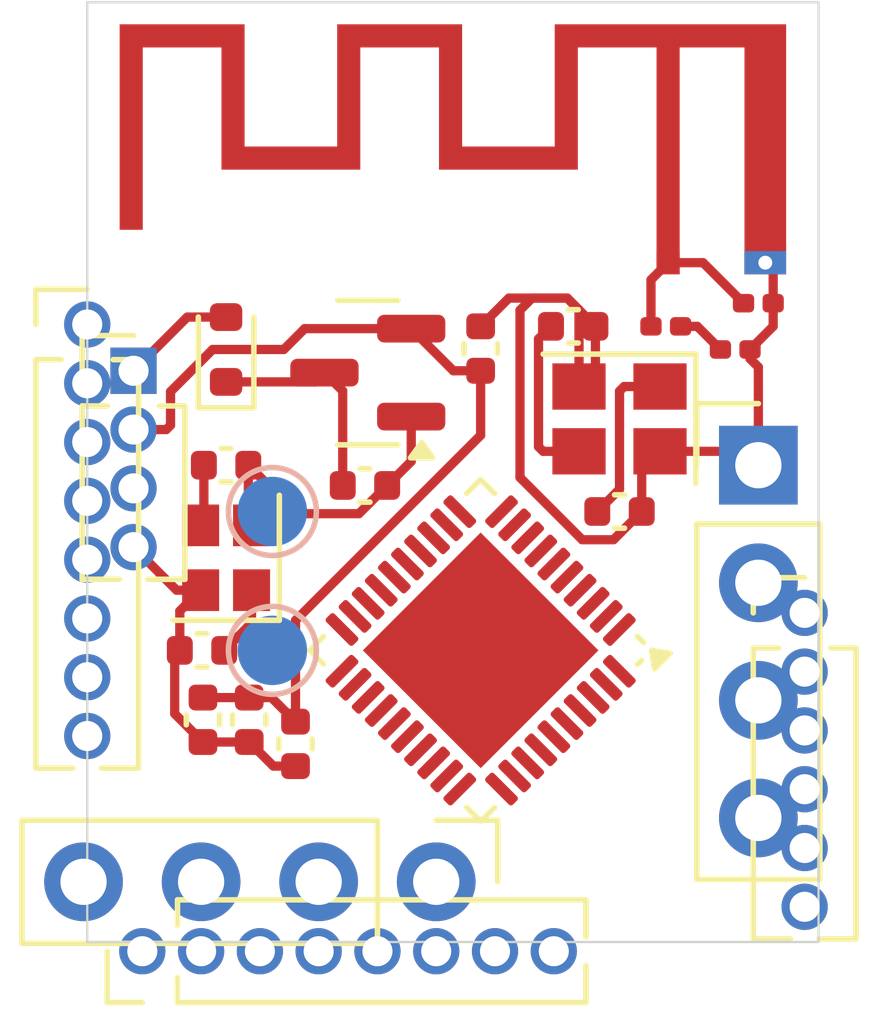
<source format=kicad_pcb>
(kicad_pcb (version 20240108) (generator "pcbnew") (generator_version "8.0")
  (layers (0 "F.Cu" signal) (31 "B.Cu" signal) (34 "B.Paste" user) (35 "F.Paste" user) (36 "B.SilkS" user "B.Silkscreen") (37 "F.SilkS" user "F.Silkscreen") (38 "B.Mask" user) (39 "F.Mask" user) (44 "Edge.Cuts" user))
  (net 0 "")
  (net 1 "GND")
  (net 2 "+5V")
  (net 3 "+3V3")
  (net 4 "XTAL_P")
  (net 5 "XTAL_N")
  (net 6 "32XTAL_P")
  (net 7 "32XTAL_N")
  (net 8 "GPIO17")
  (net 9 "USB_D-")
  (net 10 "USB_D+")
  (net 11 "GPIO16")
  (net 12 "GPIO9")
  (net 13 "EN")
  (net 14 "GPIO5")
  (net 15 "GPIO8")
  (net 16 "GPIO3")
  (net 17 "GPIO10")
  (net 18 "GPIO7")
  (net 19 "GPIO6")
  (net 20 "GPIO2")
  (net 21 "GPIO4")
  (net 22 "GPIO19")
  (net 23 "GPIO22")
  (net 24 "GPIO18")
  (net 25 "GPIO23")
  (net 26 "GPIO11")
  (net 27 "GPIO21")
  (net 28 "GPIO20")
  (net 29 "GPIO26")
  (net 30 "GPIO28")
  (net 31 "GPIO25")
  (net 32 "GPIO24")
  (net 33 "GPIO29")
  (net 34 "GPIO15")
  (net 35 "GPIO30")
  (net 36 "GPIO27")
  (net 37 "Net-(D1-K)")
  (net 38 "Net-(ANT1-Pad1)")
  (net 39 "Antenna")
  (footprint "Connector_PinHeader_1.27mm:PinHeader_1x04_P1.27mm_Vertical" (layer "F.Cu") (at 138 30.46)
    (property "Reference" "J5" (hide yes))
    (property "Value" "Conn_01x04" (hide yes))
    (fp_line (start -1.11 -0.76) (end 0 -0.76) (stroke (width 0.12)) (layer "F.SilkS"))
    (fp_line (start -1.11 0) (end -1.11 -0.76) (stroke (width 0.12)) (layer "F.SilkS"))
    (fp_line (start -1.11 0.76) (end -1.11 4.505) (stroke (width 0.12)) (layer "F.SilkS"))
    (fp_line (start -1.11 0.76) (end -0.563471 0.76) (stroke (width 0.12)) (layer "F.SilkS"))
    (fp_line (start -1.11 4.505) (end -0.30753 4.505) (stroke (width 0.12)) (layer "F.SilkS"))
    (fp_line (start 0.30753 4.505) (end 1.11 4.505) (stroke (width 0.12)) (layer "F.SilkS"))
    (fp_line (start 0.563471 0.76) (end 1.11 0.76) (stroke (width 0.12)) (layer "F.SilkS"))
    (fp_line (start 1.11 0.76) (end 1.11 4.505) (stroke (width 0.12)) (layer "F.SilkS"))
    (pad "1" thru_hole rect (at 0 0) (size 1 1) (drill 0.65) (layers "*.Cu" "*.Mask") (net 2 "+5V"))
    (pad "2" thru_hole oval (at 0 1.27) (size 1 1) (drill 0.65) (layers "*.Cu" "*.Mask") (net 3 "+3V3"))
    (pad "3" thru_hole oval (at 0 2.54) (size 1 1) (drill 0.65) (layers "*.Cu" "*.Mask") (net 3 "+3V3"))
    (pad "4" thru_hole oval (at 0 3.81) (size 1 1) (drill 0.65) (layers "*.Cu" "*.Mask") (net 1 "GND"))
  )
  (footprint "Capacitor_SMD:C_0201_0603Metric" (layer "F.Cu") (at 151 30)
    (property "Reference" "C13" (hide yes))
    (property "Value" "3.3pF" (hide yes))
    (pad "1" smd roundrect (at -0.32 0) (size 0.46 0.4) (layers "F.Cu" "F.Mask") (net 39 "Antenna"))
    (pad "2" smd roundrect (at 0.32 0) (size 0.46 0.4) (layers "F.Cu" "F.Mask") (net 1 "GND"))
  )
  (footprint "Capacitor_SMD:C_0402_1005Metric" (layer "F.Cu") (at 148.5 33.5)
    (property "Reference" "C5" (hide yes))
    (property "Value" "22pf" (hide yes))
    (fp_line (start -0.107836 -0.36) (end 0.107836 -0.36) (stroke (width 0.12)) (layer "F.SilkS"))
    (fp_line (start -0.107836 0.36) (end 0.107836 0.36) (stroke (width 0.12)) (layer "F.SilkS"))
    (pad "1" smd roundrect (at -0.48 0) (size 0.56 0.62) (layers "F.Cu" "F.Paste" "F.Mask") (net 6 "32XTAL_P"))
    (pad "2" smd roundrect (at 0.48 0) (size 0.56 0.62) (layers "F.Cu" "F.Paste" "F.Mask") (net 1 "GND"))
  )
  (footprint "Connector_PinHeader_1.27mm:PinHeader_1x08_P1.27mm_Vertical" (layer "F.Cu") (at 137 29.46)
    (property "Reference" "J3" (hide yes))
    (property "Value" "Conn_01x08" (hide yes))
    (fp_line (start -1.11 -0.76) (end 0 -0.76) (stroke (width 0.12)) (layer "F.SilkS"))
    (fp_line (start -1.11 0) (end -1.11 -0.76) (stroke (width 0.12)) (layer "F.SilkS"))
    (fp_line (start -1.11 0.76) (end -1.11 9.585) (stroke (width 0.12)) (layer "F.SilkS"))
    (fp_line (start -1.11 0.76) (end -0.563471 0.76) (stroke (width 0.12)) (layer "F.SilkS"))
    (fp_line (start -1.11 9.585) (end -0.30753 9.585) (stroke (width 0.12)) (layer "F.SilkS"))
    (fp_line (start 0.30753 9.585) (end 1.11 9.585) (stroke (width 0.12)) (layer "F.SilkS"))
    (fp_line (start 0.563471 0.76) (end 1.11 0.76) (stroke (width 0.12)) (layer "F.SilkS"))
    (fp_line (start 1.11 0.76) (end 1.11 9.585) (stroke (width 0.12)) (layer "F.SilkS"))
    (pad "1" thru_hole circle (at 0 0) (size 1 1) (drill 0.65) (layers "*.Cu" "*.Mask") (net 1 "GND"))
    (pad "2" thru_hole oval (at 0 1.27) (size 1 1) (drill 0.65) (layers "*.Cu" "*.Mask") (net 26 "GPIO11"))
    (pad "3" thru_hole oval (at 0 2.54) (size 1 1) (drill 0.65) (layers "*.Cu" "*.Mask") (net 24 "GPIO18"))
    (pad "4" thru_hole oval (at 0 3.81) (size 1 1) (drill 0.65) (layers "*.Cu" "*.Mask") (net 22 "GPIO19"))
    (pad "5" thru_hole oval (at 0 5.08) (size 1 1) (drill 0.65) (layers "*.Cu" "*.Mask") (net 28 "GPIO20"))
    (pad "6" thru_hole oval (at 0 6.35) (size 1 1) (drill 0.65) (layers "*.Cu" "*.Mask") (net 27 "GPIO21"))
    (pad "7" thru_hole oval (at 0 7.62) (size 1 1) (drill 0.65) (layers "*.Cu" "*.Mask") (net 23 "GPIO22"))
    (pad "8" thru_hole oval (at 0 8.89) (size 1 1) (drill 0.65) (layers "*.Cu" "*.Mask") (net 25 "GPIO23"))
  )
  (footprint "Capacitor_SMD:C_0402_1005Metric" (layer "F.Cu") (at 140.5 38 -90)
    (property "Reference" "C8" (hide yes))
    (property "Value" "1uf" (hide yes))
    (fp_line (start -0.107836 0.36) (end 0.107836 0.36) (stroke (width 0.12)) (layer "F.SilkS"))
    (fp_line (start -0.107836 -0.36) (end 0.107836 -0.36) (stroke (width 0.12)) (layer "F.SilkS"))
    (pad "1" smd roundrect (at -0.48 0 270) (size 0.56 0.62) (layers "F.Cu" "F.Paste" "F.Mask") (net 3 "+3V3"))
    (pad "2" smd roundrect (at 0.48 0 270) (size 0.56 0.62) (layers "F.Cu" "F.Paste" "F.Mask") (net 1 "GND"))
  )
  (footprint "Capacitor_SMD:C_0402_1005Metric" (layer "F.Cu") (at 140 32.5)
    (property "Reference" "C4" (hide yes))
    (property "Value" "22pF" (hide yes))
    (fp_line (start -0.107836 -0.36) (end 0.107836 -0.36) (stroke (width 0.12)) (layer "F.SilkS"))
    (fp_line (start -0.107836 0.36) (end 0.107836 0.36) (stroke (width 0.12)) (layer "F.SilkS"))
    (pad "1" smd roundrect (at -0.48 0) (size 0.56 0.62) (layers "F.Cu" "F.Paste" "F.Mask") (net 5 "XTAL_N"))
    (pad "2" smd roundrect (at 0.48 0) (size 0.56 0.62) (layers "F.Cu" "F.Paste" "F.Mask") (net 1 "GND"))
  )
  (footprint "Crystal:Crystal_SMD_2520-4Pin_2.5x2.0mm" (layer "F.Cu") (at 148.5 31.5 180)
    (property "Reference" "Y2" (hide yes))
    (property "Value" "SX2M32.768KM20F30TNN" (hide yes))
    (fp_line (start -1.65 1.4) (end 1.65 1.4) (stroke (width 0.12)) (layer "F.SilkS"))
    (fp_line (start -1.65 -1.4) (end -1.65 1.4) (stroke (width 0.12)) (layer "F.SilkS"))
    (pad "1" smd rect (at -0.875 0.7 180) (size 1.15 1) (layers "F.Cu" "F.Paste" "F.Mask") (net 6 "32XTAL_P"))
    (pad "2" smd rect (at 0.875 0.7 180) (size 1.15 1) (layers "F.Cu" "F.Paste" "F.Mask") (net 1 "GND"))
    (pad "3" smd rect (at 0.875 -0.7 180) (size 1.15 1) (layers "F.Cu" "F.Paste" "F.Mask") (net 7 "32XTAL_N"))
    (pad "4" smd rect (at -0.875 -0.7 180) (size 1.15 1) (layers "F.Cu" "F.Paste" "F.Mask") (net 1 "GND"))
  )
  (footprint "Package_DFN_QFN:QFN-40-1EP_5x5mm_P0.4mm_EP3.6x3.6mm" (layer "F.Cu") (at 145.5 36.5 -135)
    (property "Reference" "MCU1" (hide yes))
    (property "Value" "ESP32-C6" (hide yes))
    (fp_line (start 2.61 2.61) (end 2.61 2.185) (stroke (width 0.12)) (layer "F.SilkS"))
    (fp_line (start 2.185 2.61) (end 2.61 2.61) (stroke (width 0.12)) (layer "F.SilkS"))
    (fp_line (start -2.185 2.61) (end -2.61 2.61) (stroke (width 0.12)) (layer "F.SilkS"))
    (fp_line (start -2.61 2.61) (end -2.61 2.185) (stroke (width 0.12)) (layer "F.SilkS"))
    (fp_line (start 2.61 -2.61) (end 2.61 -2.185) (stroke (width 0.12)) (layer "F.SilkS"))
    (fp_line (start 2.185 -2.61) (end 2.61 -2.61) (stroke (width 0.12)) (layer "F.SilkS"))
    (fp_line (start -2.61 -2.185) (end -2.61 -2.37) (stroke (width 0.12)) (layer "F.SilkS"))
    (fp_line (start -2.185 -2.61) (end -2.31 -2.61) (stroke (width 0.12)) (layer "F.SilkS"))
    (fp_poly (pts (xy -2.61 -2.61) (xy -2.85 -2.94) (xy -2.37 -2.94) (xy -2.61 -2.61)) (stroke (width 0.12)) (fill solid) (layer "F.SilkS"))
    (pad "1" smd roundrect (at -2.4375 -1.8 225) (size 0.825 0.25) (layers "F.Cu" "F.Paste" "F.Mask") (net 39 "Antenna"))
    (pad "2" smd roundrect (at -2.4375 -1.4 225) (size 0.825 0.25) (layers "F.Cu" "F.Paste" "F.Mask") (net 3 "+3V3"))
    (pad "3" smd roundrect (at -2.4375 -1 225) (size 0.825 0.25) (layers "F.Cu" "F.Paste" "F.Mask") (net 3 "+3V3"))
    (pad "4" smd roundrect (at -2.4375 -0.6 225) (size 0.825 0.25) (layers "F.Cu" "F.Paste" "F.Mask") (net 13 "EN"))
    (pad "5" smd roundrect (at -2.4375 -0.2 225) (size 0.825 0.25) (layers "F.Cu" "F.Paste" "F.Mask") (net 3 "+3V3"))
    (pad "6" smd roundrect (at -2.4375 0.2 225) (size 0.825 0.25) (layers "F.Cu" "F.Paste" "F.Mask") (net 6 "32XTAL_P"))
    (pad "7" smd roundrect (at -2.4375 0.6 225) (size 0.825 0.25) (layers "F.Cu" "F.Paste" "F.Mask") (net 7 "32XTAL_N"))
    (pad "8" smd roundrect (at -2.4375 1 225) (size 0.825 0.25) (layers "F.Cu" "F.Paste" "F.Mask") (net 20 "GPIO2"))
    (pad "9" smd roundrect (at -2.4375 1.4 225) (size 0.825 0.25) (layers "F.Cu" "F.Paste" "F.Mask") (net 16 "GPIO3"))
    (pad "10" smd roundrect (at -2.4375 1.8 225) (size 0.825 0.25) (layers "F.Cu" "F.Paste" "F.Mask") (net 21 "GPIO4"))
    (pad "11" smd roundrect (at -1.8 2.4375 225) (size 0.25 0.825) (layers "F.Cu" "F.Paste" "F.Mask") (net 14 "GPIO5"))
    (pad "12" smd roundrect (at -1.4 2.4375 225) (size 0.25 0.825) (layers "F.Cu" "F.Paste" "F.Mask") (net 19 "GPIO6"))
    (pad "13" smd roundrect (at -1 2.4375 225) (size 0.25 0.825) (layers "F.Cu" "F.Paste" "F.Mask") (net 18 "GPIO7"))
    (pad "14" smd roundrect (at -0.6 2.4375 225) (size 0.25 0.825) (layers "F.Cu" "F.Paste" "F.Mask") (net 15 "GPIO8"))
    (pad "15" smd roundrect (at -0.2 2.4375 225) (size 0.25 0.825) (layers "F.Cu" "F.Paste" "F.Mask") (net 12 "GPIO9"))
    (pad "16" smd roundrect (at 0.2 2.4375 225) (size 0.25 0.825) (layers "F.Cu" "F.Paste" "F.Mask") (net 17 "GPIO10"))
    (pad "17" smd roundrect (at 0.6 2.4375 225) (size 0.25 0.825) (layers "F.Cu" "F.Paste" "F.Mask") (net 26 "GPIO11"))
    (pad "18" smd roundrect (at 1 2.4375 225) (size 0.25 0.825) (layers "F.Cu" "F.Paste" "F.Mask") (net 9 "USB_D-"))
    (pad "19" smd roundrect (at 1.4 2.4375 225) (size 0.25 0.825) (layers "F.Cu" "F.Paste" "F.Mask") (net 10 "USB_D+"))
    (pad "20" smd roundrect (at 1.8 2.4375 225) (size 0.25 0.825) (layers "F.Cu" "F.Paste" "F.Mask") (net 32 "GPIO24"))
    (pad "21" smd roundrect (at 2.4375 1.8 225) (size 0.825 0.25) (layers "F.Cu" "F.Paste" "F.Mask") (net 31 "GPIO25"))
    (pad "22" smd roundrect (at 2.4375 1.4 225) (size 0.825 0.25) (layers "F.Cu" "F.Paste" "F.Mask") (net 29 "GPIO26"))
    (pad "23" smd roundrect (at 2.4375 1 225) (size 0.825 0.25) (layers "F.Cu" "F.Paste" "F.Mask") (net 36 "GPIO27"))
    (pad "24" smd roundrect (at 2.4375 0.6 225) (size 0.825 0.25) (layers "F.Cu" "F.Paste" "F.Mask") (net 30 "GPIO28"))
    (pad "25" smd roundrect (at 2.4375 0.2 225) (size 0.825 0.25) (layers "F.Cu" "F.Paste" "F.Mask") (net 33 "GPIO29"))
    (pad "26" smd roundrect (at 2.4375 -0.2 225) (size 0.825 0.25) (layers "F.Cu" "F.Paste" "F.Mask") (net 35 "GPIO30"))
    (pad "27" smd roundrect (at 2.4375 -0.6 225) (size 0.825 0.25) (layers "F.Cu" "F.Paste" "F.Mask") (net 34 "GPIO15"))
    (pad "28" smd roundrect (at 2.4375 -1 225) (size 0.825 0.25) (layers "F.Cu" "F.Paste" "F.Mask") (net 3 "+3V3"))
    (pad "29" smd roundrect (at 2.4375 -1.4 225) (size 0.825 0.25) (layers "F.Cu" "F.Paste" "F.Mask") (net 11 "GPIO16"))
    (pad "30" smd roundrect (at 2.4375 -1.8 225) (size 0.825 0.25) (layers "F.Cu" "F.Paste" "F.Mask") (net 8 "GPIO17"))
    (pad "31" smd roundrect (at 1.8 -2.4375 225) (size 0.25 0.825) (layers "F.Cu" "F.Paste" "F.Mask") (net 24 "GPIO18"))
    (pad "32" smd roundrect (at 1.4 -2.4375 225) (size 0.25 0.825) (layers "F.Cu" "F.Paste" "F.Mask") (net 22 "GPIO19"))
    (pad "33" smd roundrect (at 1 -2.4375 225) (size 0.25 0.825) (layers "F.Cu" "F.Paste" "F.Mask") (net 28 "GPIO20"))
    (pad "34" smd roundrect (at 0.6 -2.4375 225) (size 0.25 0.825) (layers "F.Cu" "F.Paste" "F.Mask") (net 27 "GPIO21"))
    (pad "35" smd roundrect (at 0.2 -2.4375 225) (size 0.25 0.825) (layers "F.Cu" "F.Paste" "F.Mask") (net 23 "GPIO22"))
    (pad "36" smd roundrect (at -0.2 -2.4375 225) (size 0.25 0.825) (layers "F.Cu" "F.Paste" "F.Mask") (net 25 "GPIO23"))
    (pad "37" smd roundrect (at -0.6 -2.4375 225) (size 0.25 0.825) (layers "F.Cu" "F.Paste" "F.Mask") (net 3 "+3V3"))
    (pad "38" smd roundrect (at -1 -2.4375 225) (size 0.25 0.825) (layers "F.Cu" "F.Paste" "F.Mask") (net 5 "XTAL_N"))
    (pad "39" smd roundrect (at -1.4 -2.4375 225) (size 0.25 0.825) (layers "F.Cu" "F.Paste" "F.Mask") (net 4 "XTAL_P"))
    (pad "40" smd roundrect (at -1.8 -2.4375 225) (size 0.25 0.825) (layers "F.Cu" "F.Paste" "F.Mask") (net 3 "+3V3"))
    (pad "41" smd rect (at 0 0 225) (size 3.6 3.6) (property pad_prop_heatsink) (layers "F.Cu" "F.Mask") (net 1 "GND"))
  )
  (footprint "Capacitor_SMD:C_0402_1005Metric" (layer "F.Cu") (at 141.5 38.52 -90)
    (property "Reference" "C7" (hide yes))
    (property "Value" "1uf" (hide yes))
    (fp_line (start -0.107836 0.36) (end 0.107836 0.36) (stroke (width 0.12)) (layer "F.SilkS"))
    (fp_line (start -0.107836 -0.36) (end 0.107836 -0.36) (stroke (width 0.12)) (layer "F.SilkS"))
    (pad "1" smd roundrect (at -0.48 0 270) (size 0.56 0.62) (layers "F.Cu" "F.Paste" "F.Mask") (net 3 "+3V3"))
    (pad "2" smd roundrect (at 0.48 0 270) (size 0.56 0.62) (layers "F.Cu" "F.Paste" "F.Mask") (net 1 "GND"))
  )
  (footprint "Capacitor_SMD:C_0201_0603Metric" (layer "F.Cu") (at 151.5 29)
    (property "Reference" "C12" (hide yes))
    (property "Value" "3.3pF" (hide yes))
    (pad "1" smd roundrect (at -0.32 0) (size 0.46 0.4) (layers "F.Cu" "F.Mask") (net 38 "Net-(ANT1-Pad1)"))
    (pad "2" smd roundrect (at 0.32 0) (size 0.46 0.4) (layers "F.Cu" "F.Mask") (net 1 "GND"))
  )
  (footprint "Connector_PinHeader_2.54mm:PinHeader_1x04_P2.54mm_Vertical" (layer "F.Cu") (at 144.54 41.5 -90)
    (property "Reference" "J4" (hide yes))
    (property "Value" "Conn_01x04" (hide yes))
    (fp_line (start -1.33 8.95) (end 1.33 8.95) (stroke (width 0.12)) (layer "F.SilkS"))
    (fp_line (start -1.33 1.27) (end -1.33 8.95) (stroke (width 0.12)) (layer "F.SilkS"))
    (fp_line (start -1.33 1.27) (end 1.33 1.27) (stroke (width 0.12)) (layer "F.SilkS"))
    (fp_line (start 1.33 1.27) (end 1.33 8.95) (stroke (width 0.12)) (layer "F.SilkS"))
    (fp_line (start -1.33 0) (end -1.33 -1.33) (stroke (width 0.12)) (layer "F.SilkS"))
    (fp_line (start -1.33 -1.33) (end 0 -1.33) (stroke (width 0.12)) (layer "F.SilkS"))
    (pad "1" thru_hole circle (at 0 0 270) (size 1.7 1.7) (drill 1) (layers "*.Cu" "*.Mask") (net 20 "GPIO2"))
    (pad "2" thru_hole oval (at 0 2.54 270) (size 1.7 1.7) (drill 1) (layers "*.Cu" "*.Mask") (net 21 "GPIO4"))
    (pad "3" thru_hole oval (at 0 5.08 270) (size 1.7 1.7) (drill 1) (layers "*.Cu" "*.Mask") (net 19 "GPIO6"))
    (pad "4" thru_hole oval (at 0 7.62 270) (size 1.7 1.7) (drill 1) (layers "*.Cu" "*.Mask") (net 15 "GPIO8"))
  )
  (footprint "Inductor_SMD:L_0201_0603Metric" (layer "F.Cu") (at 149.5 29.5)
    (property "Reference" "L1" (hide yes))
    (property "Value" "2.2nH" (hide yes))
    (pad "1" smd roundrect (at -0.32 0) (size 0.46 0.4) (layers "F.Cu" "F.Mask") (net 38 "Net-(ANT1-Pad1)"))
    (pad "2" smd roundrect (at 0.32 0) (size 0.46 0.4) (layers "F.Cu" "F.Mask") (net 39 "Antenna"))
  )
  (footprint "RF_Antenna:Texas_SWRA117D_2.4GHz_Left" (layer "F.Cu") (at 149.55 28.125)
    (property "Reference" "ANT1" (hide yes))
    (property "Value" "WIFI_ANT" (hide yes))
    (fp_poly (pts (xy -2.45 -2.51) (xy -4.45 -2.51) (xy -4.45 -5.15) (xy -7.15 -5.15) (xy -7.15 -2.51) (xy -9.15 -2.51) (xy -9.15 -5.15) (xy -11.85 -5.15) (xy -11.85 -0.71) (xy -11.35 -0.71) (xy -11.35 -4.65) (xy -9.65 -4.65) (xy -9.65 -2.01) (xy -6.65 -2.01) (xy -6.65 -4.65) (xy -4.95 -4.65) (xy -4.95 -2.01) (xy -1.95 -2.01) (xy -1.95 -4.65) (xy -0.25 -4.65) (xy -0.25 0.25) (xy 0.25 0.25) (xy 0.25 -4.65) (xy 1.65 -4.65) (xy 1.65 0.25) (xy 2.55 0.25) (xy 2.55 0.006785) (xy 2.247583 0.006785) (xy 2.237742 0.054395) (xy 2.213674 0.096797) (xy 2.175731 0.129581) (xy 2.167819 0.133935) (xy 2.125156 0.146043) (xy 2.076637 0.1453) (xy 2.031122 0.1324) (xy 2.012511 0.121787) (xy 1.978868 0.086553) (xy 1.958309 0.041368) (xy 1.951778 -0.008158) (xy 1.960218 -0.056417) (xy 1.977112 -0.088643) (xy 2.012372 -0.121313) (xy 2.057682 -0.141408) (xy 2.107267 -0.147982) (xy 2.155353 -0.140092) (xy 2.188245 -0.123186) (xy 2.223185 -0.086416) (xy 2.242847 -0.041622) (xy 2.247583 0.006785) (xy 2.55 0.006785) (xy 2.55 -5.15) (xy -2.45 -5.15) (xy -2.45 -2.51)) (fill solid) (layer "F.Cu"))
    (pad "1" connect rect (at 0 0) (size 0.5 0.5) (layers "F.Cu") (net 38 "Net-(ANT1-Pad1)"))
    (pad "2" thru_hole rect (at 2.1 0) (size 0.9 0.5) (drill 0.3) (layers "*.Cu") (net 1 "GND"))
  )
  (footprint "Capacitor_SMD:C_0402_1005Metric" (layer "F.Cu") (at 143 32.9375)
    (property "Reference" "C1" (hide yes))
    (property "Value" "1uf" (hide yes))
    (fp_line (start -0.107836 -0.36) (end 0.107836 -0.36) (stroke (width 0.12)) (layer "F.SilkS"))
    (fp_line (start -0.107836 0.36) (end 0.107836 0.36) (stroke (width 0.12)) (layer "F.SilkS"))
    (pad "1" smd roundrect (at -0.48 0) (size 0.56 0.62) (layers "F.Cu" "F.Paste" "F.Mask") (net 37 "Net-(D1-K)"))
    (pad "2" smd roundrect (at 0.48 0) (size 0.56 0.62) (layers "F.Cu" "F.Paste" "F.Mask") (net 1 "GND"))
  )
  (footprint "Diode_SMD:D_SOD-523" (layer "F.Cu") (at 140 30 90)
    (property "Reference" "D1" (hide yes))
    (property "Value" "SOD-523 General" (hide yes))
    (fp_line (start 0.7 -0.6) (end -1.26 -0.6) (stroke (width 0.12)) (layer "F.SilkS"))
    (fp_line (start -1.26 -0.6) (end -1.26 0.6) (stroke (width 0.12)) (layer "F.SilkS"))
    (fp_line (start 0.7 0.6) (end -1.26 0.6) (stroke (width 0.12)) (layer "F.SilkS"))
    (pad "1" smd roundrect (at -0.7 0 270) (size 0.6 0.7) (layers "F.Cu" "F.Paste" "F.Mask") (net 37 "Net-(D1-K)"))
    (pad "2" smd roundrect (at 0.7 0 270) (size 0.6 0.7) (layers "F.Cu" "F.Paste" "F.Mask") (net 2 "+5V"))
  )
  (footprint "Capacitor_SMD:C_0402_1005Metric" (layer "F.Cu") (at 147.5 29.5)
    (property "Reference" "C6" (hide yes))
    (property "Value" "22pF" (hide yes))
    (fp_line (start -0.107836 -0.36) (end 0.107836 -0.36) (stroke (width 0.12)) (layer "F.SilkS"))
    (fp_line (start -0.107836 0.36) (end 0.107836 0.36) (stroke (width 0.12)) (layer "F.SilkS"))
    (pad "1" smd roundrect (at -0.48 0) (size 0.56 0.62) (layers "F.Cu" "F.Paste" "F.Mask") (net 7 "32XTAL_N"))
    (pad "2" smd roundrect (at 0.48 0) (size 0.56 0.62) (layers "F.Cu" "F.Paste" "F.Mask") (net 1 "GND"))
  )
  (footprint "Package_TO_SOT_SMD:SOT-23" (layer "F.Cu") (at 143.0625 30.5 180)
    (property "Reference" "U2" (hide yes))
    (property "Value" "ZL6201A33S3" (hide yes))
    (fp_line (start 0 1.56) (end 0.65 1.56) (stroke (width 0.12)) (layer "F.SilkS"))
    (fp_line (start 0 1.56) (end -0.65 1.56) (stroke (width 0.12)) (layer "F.SilkS"))
    (fp_line (start 0 -1.56) (end 0.65 -1.56) (stroke (width 0.12)) (layer "F.SilkS"))
    (fp_line (start 0 -1.56) (end -0.65 -1.56) (stroke (width 0.12)) (layer "F.SilkS"))
    (fp_poly (pts (xy -1.1625 -1.51) (xy -1.4025 -1.84) (xy -0.9225 -1.84) (xy -1.1625 -1.51)) (stroke (width 0.12)) (fill solid) (layer "F.SilkS"))
    (pad "1" smd roundrect (at -0.9375 -0.95 180) (size 1.475 0.6) (layers "F.Cu" "F.Paste" "F.Mask") (net 1 "GND"))
    (pad "2" smd roundrect (at -0.9375 0.95 180) (size 1.475 0.6) (layers "F.Cu" "F.Paste" "F.Mask") (net 3 "+3V3"))
    (pad "3" smd roundrect (at 0.9375 0 180) (size 1.475 0.6) (layers "F.Cu" "F.Paste" "F.Mask") (net 37 "Net-(D1-K)"))
  )
  (footprint "Connector_PinHeader_1.27mm:PinHeader_1x08_P1.27mm_Vertical" (layer "F.Cu") (at 138.19 43 90)
    (property "Reference" "J2" (hide yes))
    (property "Value" "Conn_01x08" (hide yes))
    (fp_line (start -1.11 -0.76) (end 0 -0.76) (stroke (width 0.12)) (layer "F.SilkS"))
    (fp_line (start -1.11 0) (end -1.11 -0.76) (stroke (width 0.12)) (layer "F.SilkS"))
    (fp_line (start 1.11 0.76) (end 1.11 9.585) (stroke (width 0.12)) (layer "F.SilkS"))
    (fp_line (start 0.563471 0.76) (end 1.11 0.76) (stroke (width 0.12)) (layer "F.SilkS"))
    (fp_line (start -1.11 0.76) (end -0.563471 0.76) (stroke (width 0.12)) (layer "F.SilkS"))
    (fp_line (start -1.11 0.76) (end -1.11 9.585) (stroke (width 0.12)) (layer "F.SilkS"))
    (fp_line (start 0.30753 9.585) (end 1.11 9.585) (stroke (width 0.12)) (layer "F.SilkS"))
    (fp_line (start -1.11 9.585) (end -0.30753 9.585) (stroke (width 0.12)) (layer "F.SilkS"))
    (pad "1" thru_hole circle (at 0 0 90) (size 1 1) (drill 0.65) (layers "*.Cu" "*.Mask") (net 20 "GPIO2"))
    (pad "2" thru_hole oval (at 0 1.27 90) (size 1 1) (drill 0.65) (layers "*.Cu" "*.Mask") (net 16 "GPIO3"))
    (pad "3" thru_hole oval (at 0 2.54 90) (size 1 1) (drill 0.65) (layers "*.Cu" "*.Mask") (net 21 "GPIO4"))
    (pad "4" thru_hole oval (at 0 3.81 90) (size 1 1) (drill 0.65) (layers "*.Cu" "*.Mask") (net 14 "GPIO5"))
    (pad "5" thru_hole oval (at 0 5.08 90) (size 1 1) (drill 0.65) (layers "*.Cu" "*.Mask") (net 19 "GPIO6"))
    (pad "6" thru_hole oval (at 0 6.35 90) (size 1 1) (drill 0.65) (layers "*.Cu" "*.Mask") (net 18 "GPIO7"))
    (pad "7" thru_hole oval (at 0 7.62 90) (size 1 1) (drill 0.65) (layers "*.Cu" "*.Mask") (net 15 "GPIO8"))
    (pad "8" thru_hole oval (at 0 8.89 90) (size 1 1) (drill 0.65) (layers "*.Cu" "*.Mask") (net 17 "GPIO10"))
  )
  (footprint "Capacitor_SMD:C_0402_1005Metric" (layer "F.Cu") (at 139.5 38 -90)
    (property "Reference" "C10" (hide yes))
    (property "Value" "1uf" (hide yes))
    (fp_line (start -0.107836 0.36) (end 0.107836 0.36) (stroke (width 0.12)) (layer "F.SilkS"))
    (fp_line (start -0.107836 -0.36) (end 0.107836 -0.36) (stroke (width 0.12)) (layer "F.SilkS"))
    (pad "1" smd roundrect (at -0.48 0 270) (size 0.56 0.62) (layers "F.Cu" "F.Paste" "F.Mask") (net 3 "+3V3"))
    (pad "2" smd roundrect (at 0.48 0 270) (size 0.56 0.62) (layers "F.Cu" "F.Paste" "F.Mask") (net 1 "GND"))
  )
  (footprint "Crystal:Crystal_SMD_2016-4Pin_2.0x1.6mm" (layer "F.Cu") (at 140 34.5 90)
    (property "Reference" "Y1" (hide yes))
    (property "Value" "2016-4P 40MHz" (hide yes))
    (fp_line (start -1.35 -1.15) (end -1.35 1.15) (stroke (width 0.12)) (layer "F.SilkS"))
    (fp_line (start -1.35 1.15) (end 1.35 1.15) (stroke (width 0.12)) (layer "F.SilkS"))
    (pad "1" smd rect (at -0.7 0.55 90) (size 0.9 0.8) (layers "F.Cu" "F.Paste" "F.Mask") (net 4 "XTAL_P"))
    (pad "2" smd rect (at 0.7 0.55 90) (size 0.9 0.8) (layers "F.Cu" "F.Paste" "F.Mask") (net 1 "GND"))
    (pad "3" smd rect (at 0.7 -0.55 90) (size 0.9 0.8) (layers "F.Cu" "F.Paste" "F.Mask") (net 5 "XTAL_N"))
    (pad "4" smd rect (at -0.7 -0.55 90) (size 0.9 0.8) (layers "F.Cu" "F.Paste" "F.Mask") (net 1 "GND"))
  )
  (footprint "Capacitor_SMD:C_0402_1005Metric" (layer "F.Cu") (at 145.5 29.98 90)
    (property "Reference" "C2" (hide yes))
    (property "Value" "1uf" (hide yes))
    (fp_line (start -0.107836 -0.36) (end 0.107836 -0.36) (stroke (width 0.12)) (layer "F.SilkS"))
    (fp_line (start -0.107836 0.36) (end 0.107836 0.36) (stroke (width 0.12)) (layer "F.SilkS"))
    (pad "1" smd roundrect (at -0.48 0 90) (size 0.56 0.62) (layers "F.Cu" "F.Paste" "F.Mask") (net 3 "+3V3"))
    (pad "2" smd roundrect (at 0.48 0 90) (size 0.56 0.62) (layers "F.Cu" "F.Paste" "F.Mask") (net 1 "GND"))
  )
  (footprint "Connector_PinHeader_1.27mm:PinHeader_1x06_P1.27mm_Vertical" (layer "F.Cu") (at 152.5 35.69)
    (property "Reference" "J1" (hide yes))
    (property "Value" "Conn_01x06" (hide yes))
    (fp_line (start -1.11 -0.76) (end 0 -0.76) (stroke (width 0.12)) (layer "F.SilkS"))
    (fp_line (start -1.11 0) (end -1.11 -0.76) (stroke (width 0.12)) (layer "F.SilkS"))
    (fp_line (start -1.11 0.76) (end -1.11 7.045) (stroke (width 0.12)) (layer "F.SilkS"))
    (fp_line (start -1.11 0.76) (end -0.563471 0.76) (stroke (width 0.12)) (layer "F.SilkS"))
    (fp_line (start -1.11 7.045) (end -0.30753 7.045) (stroke (width 0.12)) (layer "F.SilkS"))
    (fp_line (start 0.30753 7.045) (end 1.11 7.045) (stroke (width 0.12)) (layer "F.SilkS"))
    (fp_line (start 0.563471 0.76) (end 1.11 0.76) (stroke (width 0.12)) (layer "F.SilkS"))
    (fp_line (start 1.11 0.76) (end 1.11 7.045) (stroke (width 0.12)) (layer "F.SilkS"))
    (pad "1" thru_hole circle (at 0 0) (size 1 1) (drill 0.65) (layers "*.Cu" "*.Mask") (net 12 "GPIO9"))
    (pad "2" thru_hole oval (at 0 1.27) (size 1 1) (drill 0.65) (layers "*.Cu" "*.Mask") (net 13 "EN"))
    (pad "3" thru_hole oval (at 0 2.54) (size 1 1) (drill 0.65) (layers "*.Cu" "*.Mask") (net 11 "GPIO16"))
    (pad "4" thru_hole oval (at 0 3.81) (size 1 1) (drill 0.65) (layers "*.Cu" "*.Mask") (net 8 "GPIO17"))
    (pad "5" thru_hole oval (at 0 5.08) (size 1 1) (drill 0.65) (layers "*.Cu" "*.Mask") (net 10 "USB_D+"))
    (pad "6" thru_hole oval (at 0 6.35) (size 1 1) (drill 0.65) (layers "*.Cu" "*.Mask") (net 9 "USB_D-"))
  )
  (footprint "Connector_PinHeader_2.54mm:PinHeader_1x04_P2.54mm_Vertical" (layer "F.Cu") (at 151.5 32.5)
    (property "Reference" "J6" (hide yes))
    (property "Value" "Conn_01x04" (hide yes))
    (fp_line (start -1.33 -1.33) (end 0 -1.33) (stroke (width 0.12)) (layer "F.SilkS"))
    (fp_line (start -1.33 0) (end -1.33 -1.33) (stroke (width 0.12)) (layer "F.SilkS"))
    (fp_line (start -1.33 1.27) (end -1.33 8.95) (stroke (width 0.12)) (layer "F.SilkS"))
    (fp_line (start -1.33 1.27) (end 1.33 1.27) (stroke (width 0.12)) (layer "F.SilkS"))
    (fp_line (start -1.33 8.95) (end 1.33 8.95) (stroke (width 0.12)) (layer "F.SilkS"))
    (fp_line (start 1.33 1.27) (end 1.33 8.95) (stroke (width 0.12)) (layer "F.SilkS"))
    (pad "1" thru_hole rect (at 0 0) (size 1.7 1.7) (drill 1) (layers "*.Cu" "*.Mask") (net 1 "GND"))
    (pad "2" thru_hole oval (at 0 2.54) (size 1.7 1.7) (drill 1) (layers "*.Cu" "*.Mask") (net 24 "GPIO18"))
    (pad "3" thru_hole oval (at 0 5.08) (size 1.7 1.7) (drill 1) (layers "*.Cu" "*.Mask") (net 28 "GPIO20"))
    (pad "4" thru_hole oval (at 0 7.62) (size 1.7 1.7) (drill 1) (layers "*.Cu" "*.Mask") (net 23 "GPIO22"))
  )
  (footprint "Capacitor_SMD:C_0402_1005Metric" (layer "F.Cu") (at 139.48 36.5 180)
    (property "Reference" "C3" (hide yes))
    (property "Value" "22pf" (hide yes))
    (fp_line (start -0.107836 0.36) (end 0.107836 0.36) (stroke (width 0.12)) (layer "F.SilkS"))
    (fp_line (start -0.107836 -0.36) (end 0.107836 -0.36) (stroke (width 0.12)) (layer "F.SilkS"))
    (pad "1" smd roundrect (at -0.48 0 180) (size 0.56 0.62) (layers "F.Cu" "F.Paste" "F.Mask") (net 4 "XTAL_P"))
    (pad "2" smd roundrect (at 0.48 0 180) (size 0.56 0.62) (layers "F.Cu" "F.Paste" "F.Mask") (net 1 "GND"))
  )
  (footprint "TestPoint:TestPoint_Pad_D1.5mm" (layer "B.Cu") (at 141 33.5 180)
    (property "Reference" "TP2" (hide yes))
    (property "Value" "TestPoint" (hide yes))
    (fp_circle (center 0 0) (end 0 -0.95) (stroke (width 0.12)) (fill none) (layer "B.SilkS"))
    (pad "1" smd circle (at 0 0 180) (size 1.5 1.5) (layers "B.Cu" "B.Mask") (net 10 "USB_D+"))
  )
  (footprint "TestPoint:TestPoint_Pad_D1.5mm" (layer "B.Cu") (at 141 36.5 180)
    (property "Reference" "TP1" (hide yes))
    (property "Value" "TestPoint" (hide yes))
    (fp_circle (center 0 0) (end 0 -0.95) (stroke (width 0.12)) (fill none) (layer "B.SilkS"))
    (pad "1" smd circle (at 0 0 180) (size 1.5 1.5) (layers "B.Cu" "B.Mask") (net 9 "USB_D-"))
  )
  (gr_rect (start 137 22.5) (end 152.8 42.8) (stroke (width 0.05)) (fill none) (layer "Edge.Cuts"))
  (segment (start 148.98 33.5) (end 148.98 32.595) (width 0.2) (layer "F.Cu") (net 1))
  (segment (start 138.89 37.87) (end 139.5 38.48) (width 0.2) (layer "F.Cu") (net 1))
  (segment (start 147.98 30.445) (end 147.625 30.8) (width 0.2) (layer "F.Cu") (net 1))
  (segment (start 151.5 30.379999) (end 151.5 32.5) (width 0.2) (layer "F.Cu") (net 1))
  (segment (start 146.11 28.89) (end 147.37 28.89) (width 0.2) (layer "F.Cu") (net 1))
  (segment (start 140.48 32.5) (end 140.48 33.73) (width 0.2) (layer "F.Cu") (net 1))
  (segment (start 138.93 35.2) (end 138 34.27) (width 0.2) (layer "F.Cu") (net 1))
  (segment (start 144 31.45) (end 144 32.4175) (width 0.2) (layer "F.Cu") (net 1))
  (segment (start 139 36.5) (end 138.89 36.61) (width 0.2) (layer "F.Cu") (net 1))
  (segment (start 151.32 30) (end 151.32 30.199999) (width 0.2) (layer "F.Cu") (net 1))
  (segment (start 146.61 28.89) (end 146.35 29.15) (width 0.2) (layer "F.Cu") (net 1))
  (segment (start 151.82 28.295) (end 151.65 28.125) (width 0.2) (layer "F.Cu") (net 1))
  (segment (start 151.2 32.2) (end 151.5 32.5) (width 0.2) (layer "F.Cu") (net 1))
  (segment (start 146.35 32.766134) (end 147.693866 34.11) (width 0.2) (layer "F.Cu") (net 1))
  (segment (start 149.32 32.2) (end 149.375 32.2) (width 0.2) (layer "F.Cu") (net 1))
  (segment (start 151.82 29) (end 151.82 28.295) (width 0.2) (layer "F.Cu") (net 1))
  (segment (start 139 35.65) (end 139.45 35.2) (width 0.2) (layer "F.Cu") (net 1))
  (segment (start 147.98 29.5) (end 147.37 28.89) (width 0.2) (layer "F.Cu") (net 1))
  (segment (start 142.87 33.5475) (end 143.48 32.9375) (width 0.2) (layer "F.Cu") (net 1))
  (segment (start 147.693866 34.11) (end 148.37 34.11) (width 0.2) (layer "F.Cu") (net 1))
  (segment (start 140.48 32.5) (end 141.5275 33.5475) (width 0.2) (layer "F.Cu") (net 1))
  (segment (start 141.5275 33.5475) (end 142.87 33.5475) (width 0.2) (layer "F.Cu") (net 1))
  (segment (start 148.37 34.11) (end 148.98 33.5) (width 0.2) (layer "F.Cu") (net 1))
  (segment (start 147.37 28.89) (end 146.61 28.89) (width 0.2) (layer "F.Cu") (net 1))
  (segment (start 141.5 39) (end 141.02 39) (width 0.2) (layer "F.Cu") (net 1))
  (segment (start 149.375 32.2) (end 151.2 32.2) (width 0.2) (layer "F.Cu") (net 1))
  (segment (start 139 36.5) (end 139 35.65) (width 0.2) (layer "F.Cu") (net 1))
  (segment (start 140.5 38.48) (end 139.5 38.48) (width 0.2) (layer "F.Cu") (net 1))
  (segment (start 138.89 36.61) (end 138.89 37.87) (width 0.2) (layer "F.Cu") (net 1))
  (segment (start 139.45 35.2) (end 138.93 35.2) (width 0.2) (layer "F.Cu") (net 1))
  (segment (start 140.48 33.73) (end 140.55 33.8) (width 0.2) (layer "F.Cu") (net 1))
  (segment (start 140.55 33.8) (end 140.55 33.53) (width 0.2) (layer "F.Cu") (net 1))
  (segment (start 147.98 29.5) (end 147.98 30.445) (width 0.2) (layer "F.Cu") (net 1))
  (segment (start 145.5 29.5) (end 146.11 28.89) (width 0.2) (layer "F.Cu") (net 1))
  (segment (start 144 32.4175) (end 143.48 32.9375) (width 0.2) (layer "F.Cu") (net 1))
  (segment (start 147.625 29.145) (end 147.625 30.8) (width 0.2) (layer "F.Cu") (net 1))
  (segment (start 151.32 30.199999) (end 151.5 30.379999) (width 0.2) (layer "F.Cu") (net 1))
  (segment (start 151.32 30) (end 151.82 29.5) (width 0.2) (layer "F.Cu") (net 1))
  (segment (start 148.98 32.595) (end 149.375 32.2) (width 0.2) (layer "F.Cu") (net 1))
  (segment (start 147.37 28.89) (end 147.625 29.145) (width 0.2) (layer "F.Cu") (net 1))
  (segment (start 151.82 29.5) (end 151.82 29) (width 0.2) (layer "F.Cu") (net 1))
  (segment (start 146.35 29.15) (end 146.35 32.766134) (width 0.2) (layer "F.Cu") (net 1))
  (segment (start 141.02 39) (end 140.5 38.48) (width 0.2) (layer "F.Cu") (net 1))
  (segment (start 139.16 29.3) (end 138 30.46) (width 0.2) (layer "F.Cu") (net 2))
  (segment (start 140 29.3) (end 139.16 29.3) (width 0.2) (layer "F.Cu") (net 2))
  (segment (start 145.5 31.853634) (end 145.5 30.46) (width 0.2) (layer "F.Cu") (net 3))
  (segment (start 144.91 30.46) (end 144 29.55) (width 0.2) (layer "F.Cu") (net 3))
  (segment (start 138.8 31.637106) (end 138.707106 31.73) (width 0.2) (layer "F.Cu") (net 3))
  (segment (start 145.5 30.46) (end 144.91 30.46) (width 0.2) (layer "F.Cu") (net 3))
  (segment (start 139.709448 30) (end 138.8 30.909448) (width 0.2) (layer "F.Cu") (net 3))
  (segment (start 140.5 37.52) (end 140.98 37.52) (width 0.2) (layer "F.Cu") (net 3))
  (segment (start 138.8 30.909448) (end 138.8 31.637106) (width 0.2) (layer "F.Cu") (net 3))
  (segment (start 141.696948 29.55) (end 141.246948 30) (width 0.2) (layer "F.Cu") (net 3))
  (segment (start 141.5 38.04) (end 141.5 35.853634) (width 0.2) (layer "F.Cu") (net 3))
  (segment (start 144 29.55) (end 141.696948 29.55) (width 0.2) (layer "F.Cu") (net 3))
  (segment (start 141.246948 30) (end 139.709448 30) (width 0.2) (layer "F.Cu") (net 3))
  (segment (start 139.5 37.52) (end 140.5 37.52) (width 0.2) (layer "F.Cu") (net 3))
  (segment (start 140.98 37.52) (end 141.5 38.04) (width 0.2) (layer "F.Cu") (net 3))
  (segment (start 138.707106 31.73) (end 138 31.73) (width 0.2) (layer "F.Cu") (net 3))
  (segment (start 141.5 35.853634) (end 145.5 31.853634) (width 0.2) (layer "F.Cu") (net 3))
  (segment (start 144.0925 29.4575) (end 144 29.55) (width 0.2) (layer "F.Cu") (net 3))
  (segment (start 140.55 35.2) (end 140.55 35.91) (width 0.2) (layer "F.Cu") (net 4))
  (segment (start 140.55 35.91) (end 139.96 36.5) (width 0.2) (layer "F.Cu") (net 4))
  (segment (start 139.52 32.5) (end 139.52 33.73) (width 0.2) (layer "F.Cu") (net 5))
  (segment (start 139.52 33.73) (end 139.45 33.8) (width 0.2) (layer "F.Cu") (net 5))
  (segment (start 148.5 30.9) (end 148.6 30.8) (width 0.2) (layer "F.Cu") (net 6))
  (segment (start 148.6 30.8) (end 149.375 30.8) (width 0.2) (layer "F.Cu") (net 6))
  (segment (start 148.5 33.02) (end 148.5 30.9) (width 0.2) (layer "F.Cu") (net 6))
  (segment (start 148.02 33.5) (end 148.5 33.02) (width 0.2) (layer "F.Cu") (net 6))
  (segment (start 147.02 29.5) (end 146.75 29.77) (width 0.2) (layer "F.Cu") (net 7))
  (segment (start 146.75 32.1) (end 146.85 32.2) (width 0.2) (layer "F.Cu") (net 7))
  (segment (start 146.85 32.2) (end 147.625 32.2) (width 0.2) (layer "F.Cu") (net 7))
  (segment (start 146.75 29.77) (end 146.75 32.1) (width 0.2) (layer "F.Cu") (net 7))
  (segment (start 140 30.7) (end 141.925 30.7) (width 0.2) (layer "F.Cu") (net 37))
  (segment (start 142.52 32.9375) (end 142.52 30.895) (width 0.2) (layer "F.Cu") (net 37))
  (segment (start 142.52 30.895) (end 142.125 30.5) (width 0.2) (layer "F.Cu") (net 37))
  (segment (start 141.925 30.7) (end 142.125 30.5) (width 0.2) (layer "F.Cu") (net 37))
  (segment (start 149.55 28.125) (end 149.18 28.495) (width 0.2) (layer "F.Cu") (net 38))
  (segment (start 149.18 28.495) (end 149.18 29.5) (width 0.2) (layer "F.Cu") (net 38))
  (segment (start 151.18 29) (end 150.305 28.125) (width 0.2) (layer "F.Cu") (net 38))
  (segment (start 150.305 28.125) (end 149.55 28.125) (width 0.2) (layer "F.Cu") (net 38))
  (segment (start 149.82 29.5) (end 150.18 29.5) (width 0.2) (layer "F.Cu") (net 39))
  (segment (start 150.18 29.5) (end 150.68 30) (width 0.2) (layer "F.Cu") (net 39))
)
</source>
